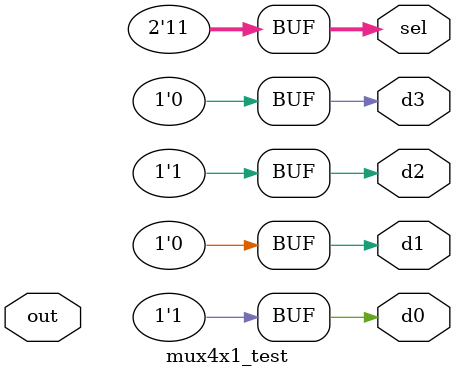
<source format=v>
`timescale 1ns/10ps

module mux4x1_test (d3,d2,d1,d0, sel, out);
input out;
output d3,d2,d1,d0;
output [1:0] sel;
reg d3,d2,d1,d0;
reg [1:0] sel;

initial
begin
d0 <= 1'b0;
d1 <= 1'b1;
d2 <= 1'b0;
d3 <= 1'b1;
sel <= 2'd0;
#100;
sel <= 2'd1;
#100;
sel <= 2'd2;
#100;
sel <= 2'd3;
#100;
d0 <= 1'b1;
d1 <= 1'b0;
d2 <= 1'b1;
d3 <= 1'b0;
sel <= 2'd0;
#100;
sel <= 2'd1;
#100;
sel <= 2'd2;
#100;
sel <= 2'd3;
#100;

end

endmodule
</source>
